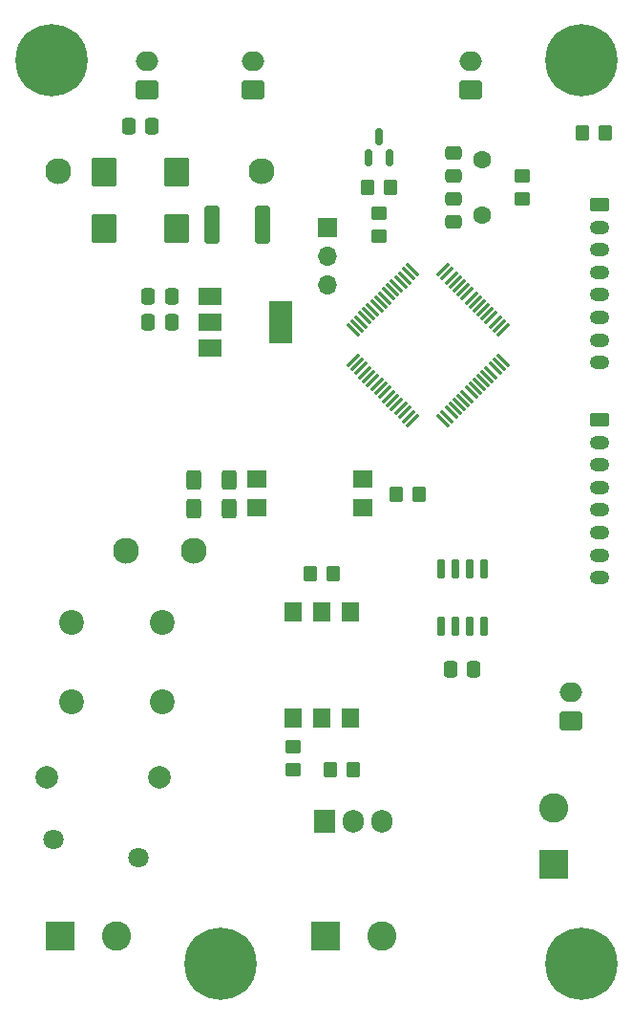
<source format=gbs>
G04 #@! TF.GenerationSoftware,KiCad,Pcbnew,(7.0.0)*
G04 #@! TF.CreationDate,2023-02-19T07:45:38+03:00*
G04 #@! TF.ProjectId,pcb-heater,7063622d-6865-4617-9465-722e6b696361,rev?*
G04 #@! TF.SameCoordinates,Original*
G04 #@! TF.FileFunction,Soldermask,Bot*
G04 #@! TF.FilePolarity,Negative*
%FSLAX46Y46*%
G04 Gerber Fmt 4.6, Leading zero omitted, Abs format (unit mm)*
G04 Created by KiCad (PCBNEW (7.0.0)) date 2023-02-19 07:45:38*
%MOMM*%
%LPD*%
G01*
G04 APERTURE LIST*
G04 Aperture macros list*
%AMRoundRect*
0 Rectangle with rounded corners*
0 $1 Rounding radius*
0 $2 $3 $4 $5 $6 $7 $8 $9 X,Y pos of 4 corners*
0 Add a 4 corners polygon primitive as box body*
4,1,4,$2,$3,$4,$5,$6,$7,$8,$9,$2,$3,0*
0 Add four circle primitives for the rounded corners*
1,1,$1+$1,$2,$3*
1,1,$1+$1,$4,$5*
1,1,$1+$1,$6,$7*
1,1,$1+$1,$8,$9*
0 Add four rect primitives between the rounded corners*
20,1,$1+$1,$2,$3,$4,$5,0*
20,1,$1+$1,$4,$5,$6,$7,0*
20,1,$1+$1,$6,$7,$8,$9,0*
20,1,$1+$1,$8,$9,$2,$3,0*%
G04 Aperture macros list end*
%ADD10R,2.600000X2.600000*%
%ADD11C,2.600000*%
%ADD12RoundRect,0.250000X0.750000X-0.600000X0.750000X0.600000X-0.750000X0.600000X-0.750000X-0.600000X0*%
%ADD13O,2.000000X1.700000*%
%ADD14C,1.600000*%
%ADD15C,0.800000*%
%ADD16C,6.400000*%
%ADD17C,2.300000*%
%ADD18R,1.700000X1.700000*%
%ADD19O,1.700000X1.700000*%
%ADD20C,2.200000*%
%ADD21RoundRect,0.250000X-0.625000X0.350000X-0.625000X-0.350000X0.625000X-0.350000X0.625000X0.350000X0*%
%ADD22O,1.750000X1.200000*%
%ADD23R,1.905000X2.000000*%
%ADD24O,1.905000X2.000000*%
%ADD25C,1.800000*%
%ADD26C,2.000000*%
%ADD27RoundRect,0.250000X0.350000X0.450000X-0.350000X0.450000X-0.350000X-0.450000X0.350000X-0.450000X0*%
%ADD28RoundRect,0.250000X0.400000X1.450000X-0.400000X1.450000X-0.400000X-1.450000X0.400000X-1.450000X0*%
%ADD29R,1.700000X1.500000*%
%ADD30RoundRect,0.250000X0.450000X-0.350000X0.450000X0.350000X-0.450000X0.350000X-0.450000X-0.350000X0*%
%ADD31RoundRect,0.250000X0.875000X1.025000X-0.875000X1.025000X-0.875000X-1.025000X0.875000X-1.025000X0*%
%ADD32RoundRect,0.150000X0.150000X-0.725000X0.150000X0.725000X-0.150000X0.725000X-0.150000X-0.725000X0*%
%ADD33RoundRect,0.250000X0.337500X0.475000X-0.337500X0.475000X-0.337500X-0.475000X0.337500X-0.475000X0*%
%ADD34RoundRect,0.250000X-0.350000X-0.450000X0.350000X-0.450000X0.350000X0.450000X-0.350000X0.450000X0*%
%ADD35RoundRect,0.250000X0.400000X0.625000X-0.400000X0.625000X-0.400000X-0.625000X0.400000X-0.625000X0*%
%ADD36RoundRect,0.250000X-0.475000X0.337500X-0.475000X-0.337500X0.475000X-0.337500X0.475000X0.337500X0*%
%ADD37RoundRect,0.150000X0.150000X-0.587500X0.150000X0.587500X-0.150000X0.587500X-0.150000X-0.587500X0*%
%ADD38RoundRect,0.075000X0.441942X0.548008X-0.548008X-0.441942X-0.441942X-0.548008X0.548008X0.441942X0*%
%ADD39RoundRect,0.075000X-0.441942X0.548008X-0.548008X0.441942X0.441942X-0.548008X0.548008X-0.441942X0*%
%ADD40RoundRect,0.250000X-0.337500X-0.475000X0.337500X-0.475000X0.337500X0.475000X-0.337500X0.475000X0*%
%ADD41R,2.000000X1.500000*%
%ADD42R,2.000000X3.800000*%
%ADD43R,1.500000X1.700000*%
%ADD44RoundRect,0.250000X0.475000X-0.337500X0.475000X0.337500X-0.475000X0.337500X-0.475000X-0.337500X0*%
G04 APERTURE END LIST*
D10*
X148597999Y-125201999D03*
D11*
X148598000Y-120202000D03*
D12*
X141207000Y-56622000D03*
D13*
X141206999Y-54121999D03*
D14*
X142240000Y-67728000D03*
X142240000Y-62828000D03*
D15*
X101600000Y-54000000D03*
X102302944Y-52302944D03*
X102302944Y-55697056D03*
X104000000Y-51600000D03*
D16*
X104000000Y-54000000D03*
D15*
X104000000Y-56400000D03*
X105697056Y-52302944D03*
X105697056Y-55697056D03*
X106400000Y-54000000D03*
D17*
X110665000Y-97445000D03*
X116665000Y-97445000D03*
X104665000Y-63845000D03*
X122665000Y-63845000D03*
D18*
X128523999Y-68833999D03*
D19*
X128523999Y-71373999D03*
X128523999Y-73913999D03*
D20*
X105855000Y-110815000D03*
X105855000Y-103815000D03*
X113855000Y-110815000D03*
X113855000Y-103815000D03*
D15*
X148600000Y-54000000D03*
X149302944Y-52302944D03*
X149302944Y-55697056D03*
X151000000Y-51600000D03*
D16*
X151000000Y-54000000D03*
D15*
X151000000Y-56400000D03*
X152697056Y-52302944D03*
X152697056Y-55697056D03*
X153400000Y-54000000D03*
D21*
X152654000Y-85852000D03*
D22*
X152653999Y-87851999D03*
X152653999Y-89851999D03*
X152653999Y-91851999D03*
X152653999Y-93851999D03*
X152653999Y-95851999D03*
X152653999Y-97851999D03*
X152653999Y-99851999D03*
D12*
X150096999Y-112502000D03*
D13*
X150096998Y-110001999D03*
D10*
X128309999Y-131579999D03*
D11*
X133310000Y-131580000D03*
D21*
X152654000Y-66802000D03*
D22*
X152653999Y-68801999D03*
X152653999Y-70801999D03*
X152653999Y-72801999D03*
X152653999Y-74801999D03*
X152653999Y-76801999D03*
X152653999Y-78801999D03*
X152653999Y-80801999D03*
D10*
X104814999Y-131579999D03*
D11*
X109815000Y-131580000D03*
D23*
X128259999Y-121411999D03*
D24*
X130799999Y-121411999D03*
X133339999Y-121411999D03*
D12*
X121902999Y-56622000D03*
D13*
X121902998Y-54121999D03*
D15*
X148600000Y-134000000D03*
X149302944Y-132302944D03*
X149302944Y-135697056D03*
X151000000Y-131600000D03*
D16*
X151000000Y-134000000D03*
D15*
X151000000Y-136400000D03*
X152697056Y-132302944D03*
X152697056Y-135697056D03*
X153400000Y-134000000D03*
D12*
X112505000Y-56622000D03*
D13*
X112504999Y-54121999D03*
D25*
X104200000Y-123005000D03*
X111700000Y-124638330D03*
D15*
X116600000Y-134000000D03*
X117302944Y-132302944D03*
X117302944Y-135697056D03*
X119000000Y-131600000D03*
D16*
X119000000Y-134000000D03*
D15*
X119000000Y-136400000D03*
X120697056Y-132302944D03*
X120697056Y-135697056D03*
X121400000Y-134000000D03*
D26*
X103585000Y-117475000D03*
X113585000Y-117475000D03*
D27*
X134096000Y-65278000D03*
X132096000Y-65278000D03*
D28*
X122725000Y-68600000D03*
X118275000Y-68600000D03*
D29*
X122199999Y-93669999D03*
X122199999Y-91129999D03*
X131599999Y-91129999D03*
X131599999Y-93669999D03*
D27*
X130794000Y-116840000D03*
X128794000Y-116840000D03*
D30*
X125476000Y-116824000D03*
X125476000Y-114824000D03*
D31*
X115100000Y-68900000D03*
X108700000Y-68900000D03*
D30*
X145796000Y-66278000D03*
X145796000Y-64278000D03*
D27*
X153146000Y-60452000D03*
X151146000Y-60452000D03*
D32*
X142367000Y-104175000D03*
X141097000Y-104175000D03*
X139827000Y-104175000D03*
X138557000Y-104175000D03*
X138557000Y-99025000D03*
X139827000Y-99025000D03*
X141097000Y-99025000D03*
X142367000Y-99025000D03*
D33*
X112937500Y-59900000D03*
X110862500Y-59900000D03*
D34*
X127016000Y-99441000D03*
X129016000Y-99441000D03*
D35*
X119750000Y-93700000D03*
X116650000Y-93700000D03*
D33*
X114702500Y-77200000D03*
X112627500Y-77200000D03*
D30*
X133096000Y-69580000D03*
X133096000Y-67580000D03*
D36*
X139700000Y-62208500D03*
X139700000Y-64283500D03*
D35*
X119750000Y-91160000D03*
X116650000Y-91160000D03*
D37*
X134046000Y-62659500D03*
X132146000Y-62659500D03*
X133096000Y-60784500D03*
D38*
X138775181Y-72583519D03*
X139128734Y-72937072D03*
X139482287Y-73290625D03*
X139835841Y-73644179D03*
X140189394Y-73997732D03*
X140542948Y-74351286D03*
X140896501Y-74704839D03*
X141250054Y-75058392D03*
X141603608Y-75411946D03*
X141957161Y-75765499D03*
X142310714Y-76119052D03*
X142664268Y-76472606D03*
X143017821Y-76826159D03*
X143371375Y-77179713D03*
X143724928Y-77533266D03*
X144078481Y-77886819D03*
D39*
X144078481Y-80609181D03*
X143724928Y-80962734D03*
X143371375Y-81316287D03*
X143017821Y-81669841D03*
X142664268Y-82023394D03*
X142310714Y-82376948D03*
X141957161Y-82730501D03*
X141603608Y-83084054D03*
X141250054Y-83437608D03*
X140896501Y-83791161D03*
X140542948Y-84144714D03*
X140189394Y-84498268D03*
X139835841Y-84851821D03*
X139482287Y-85205375D03*
X139128734Y-85558928D03*
X138775181Y-85912481D03*
D38*
X136052819Y-85912481D03*
X135699266Y-85558928D03*
X135345713Y-85205375D03*
X134992159Y-84851821D03*
X134638606Y-84498268D03*
X134285052Y-84144714D03*
X133931499Y-83791161D03*
X133577946Y-83437608D03*
X133224392Y-83084054D03*
X132870839Y-82730501D03*
X132517286Y-82376948D03*
X132163732Y-82023394D03*
X131810179Y-81669841D03*
X131456625Y-81316287D03*
X131103072Y-80962734D03*
X130749519Y-80609181D03*
D39*
X130749519Y-77886819D03*
X131103072Y-77533266D03*
X131456625Y-77179713D03*
X131810179Y-76826159D03*
X132163732Y-76472606D03*
X132517286Y-76119052D03*
X132870839Y-75765499D03*
X133224392Y-75411946D03*
X133577946Y-75058392D03*
X133931499Y-74704839D03*
X134285052Y-74351286D03*
X134638606Y-73997732D03*
X134992159Y-73644179D03*
X135345713Y-73290625D03*
X135699266Y-72937072D03*
X136052819Y-72583519D03*
D31*
X115100000Y-63900000D03*
X108700000Y-63900000D03*
D40*
X139424500Y-107950000D03*
X141499500Y-107950000D03*
D41*
X118049999Y-79499999D03*
X118049999Y-77199999D03*
D42*
X124349999Y-77199999D03*
D41*
X118049999Y-74899999D03*
D33*
X114702500Y-74900000D03*
X112627500Y-74900000D03*
D43*
X125475999Y-102868999D03*
X128015999Y-102868999D03*
X130555999Y-102868999D03*
X130555999Y-112268999D03*
X128015999Y-112268999D03*
X125475999Y-112268999D03*
D27*
X136636000Y-92456000D03*
X134636000Y-92456000D03*
D44*
X139700000Y-68347500D03*
X139700000Y-66272500D03*
M02*

</source>
